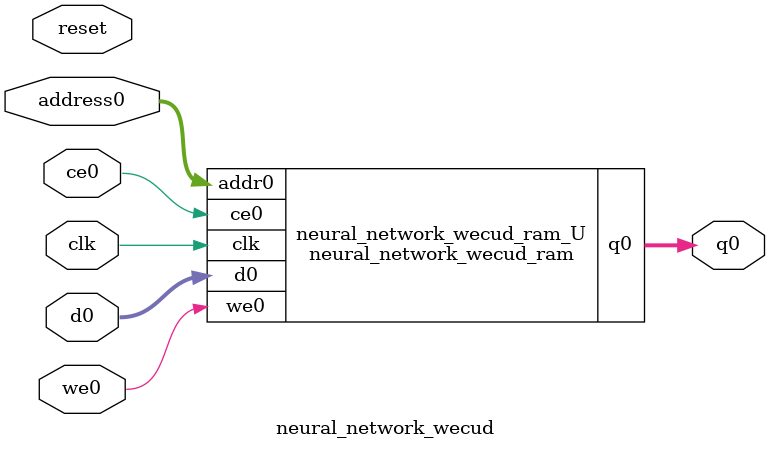
<source format=v>

`timescale 1 ns / 1 ps
module neural_network_wecud_ram (addr0, ce0, d0, we0, q0,  clk);

parameter DWIDTH = 8;
parameter AWIDTH = 4;
parameter MEM_SIZE = 10;

input[AWIDTH-1:0] addr0;
input ce0;
input[DWIDTH-1:0] d0;
input we0;
output reg[DWIDTH-1:0] q0;
input clk;

(* ram_style = "distributed" *)reg [DWIDTH-1:0] ram[0:MEM_SIZE-1];




always @(posedge clk)  
begin 
    if (ce0) 
    begin
        if (we0) 
        begin 
            ram[addr0] <= d0; 
            q0 <= d0;
        end 
        else 
            q0 <= ram[addr0];
    end
end


endmodule


`timescale 1 ns / 1 ps
module neural_network_wecud(
    reset,
    clk,
    address0,
    ce0,
    we0,
    d0,
    q0);

parameter DataWidth = 32'd8;
parameter AddressRange = 32'd10;
parameter AddressWidth = 32'd4;
input reset;
input clk;
input[AddressWidth - 1:0] address0;
input ce0;
input we0;
input[DataWidth - 1:0] d0;
output[DataWidth - 1:0] q0;



neural_network_wecud_ram neural_network_wecud_ram_U(
    .clk( clk ),
    .addr0( address0 ),
    .ce0( ce0 ),
    .d0( d0 ),
    .we0( we0 ),
    .q0( q0 ));

endmodule


</source>
